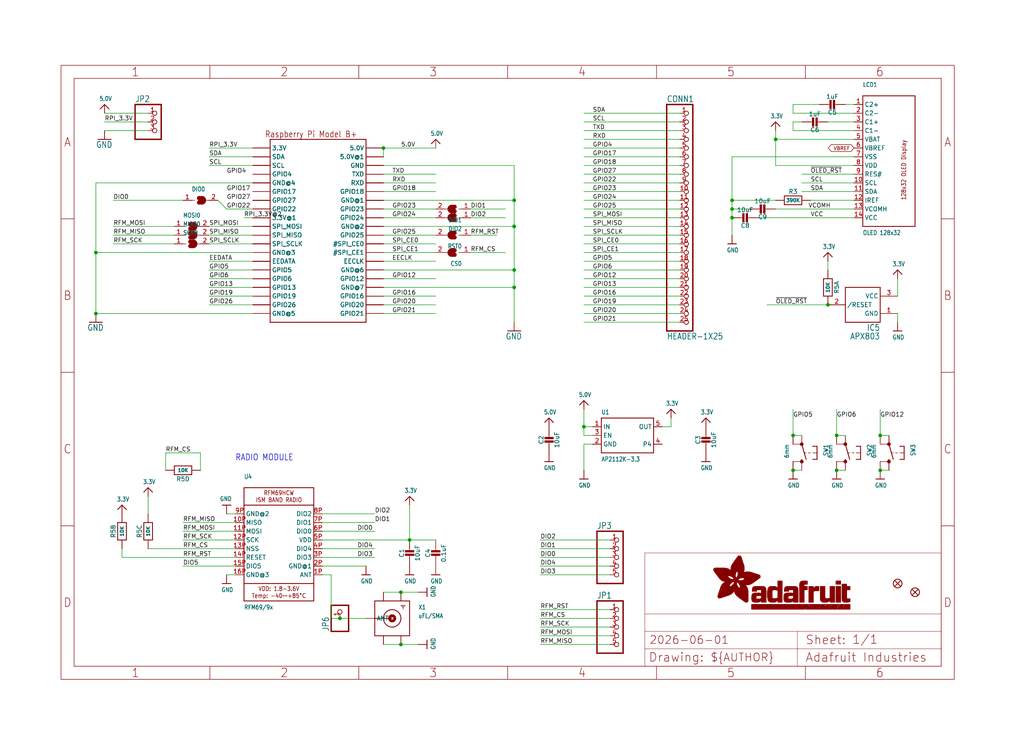
<source format=kicad_sch>
(kicad_sch (version 20230121) (generator eeschema)
  (paper "User" 298.45 217.322)
  (lib_symbols
    (symbol "working-eagle-import:3.3V" (power)
      (property "Value" "3.3V" (at -1.524 1.016 0))
      (symbol "3.3V_1_0"
        (pin power_in line (at 0 -2.54 90) (length 2.54) (name "3.3V") (number "1"))
      )
    )
    (symbol "working-eagle-import:5.0V" (power)
      (property "Value" "5.0V" (at -1.524 1.016 0))
      (symbol "5.0V_1_0"
        (pin power_in line (at 0 -2.54 90) (length 2.54) (name "5.0V") (number "1"))
      )
    )
    (symbol "working-eagle-import:AXP083-SAG"
      (property "Reference" "IC" (at -5.08 -7.62 0))
      (symbol "AXP083-SAG_1_0"
        (pin power_in line (at -10.16 -2.54 0) (length 5.08) (name "GND") (number "1"))
        (pin output line (at 10.16 0 180) (length 5.08) (name "/RESET") (number "2"))
        (pin power_in line (at -10.16 2.54 0) (length 5.08) (name "VCC") (number "3"))
      )
    )
    (symbol "working-eagle-import:CAP_CERAMIC0603_NO"
      (property "Reference" "C" (at -2.29 1.25 90))
      (symbol "CAP_CERAMIC0603_NO_1_0"
        (pin passive line (at 0 5.08 270) (length 2.54) (name "1") (number "1"))
        (pin passive line (at 0 -2.54 90) (length 2.54) (name "2") (number "2"))
      )
    )
    (symbol "working-eagle-import:CAP_CERAMIC0805-NOOUTLINE"
      (property "Reference" "C" (at -2.29 1.25 90))
      (symbol "CAP_CERAMIC0805-NOOUTLINE_1_0"
        (pin passive line (at 0 5.08 270) (length 2.54) (name "1") (number "1"))
        (pin passive line (at 0 -2.54 90) (length 2.54) (name "2") (number "2"))
      )
    )
    (symbol "working-eagle-import:DISP_OLED_UG-2832HSWEG02"
      (property "Reference" "LCD" (at -7.62 22.86 0))
      (symbol "DISP_OLED_UG-2832HSWEG02_1_0"
        (text "128x32 OLED Display" (at 5.08 -10.16 900) (effects (font (size 1.27 1.0795)) (justify left bottom)))
        (pin bidirectional line (at -10.16 17.78 0) (length 2.54) (name "C2+") (number "1"))
        (pin bidirectional line (at -10.16 -5.08 0) (length 2.54) (name "SCL") (number "10"))
        (pin bidirectional line (at -10.16 -7.62 0) (length 2.54) (name "SDA") (number "11"))
        (pin bidirectional line (at -10.16 -10.16 0) (length 2.54) (name "IREF") (number "12"))
        (pin power_in line (at -10.16 -12.7 0) (length 2.54) (name "VCOMH") (number "13"))
        (pin power_in line (at -10.16 -15.24 0) (length 2.54) (name "VCC") (number "14"))
        (pin bidirectional line (at -10.16 15.24 0) (length 2.54) (name "C2-") (number "2"))
        (pin bidirectional line (at -10.16 12.7 0) (length 2.54) (name "C1+") (number "3"))
        (pin bidirectional line (at -10.16 10.16 0) (length 2.54) (name "C1-") (number "4"))
        (pin power_in line (at -10.16 7.62 0) (length 2.54) (name "VBAT") (number "5"))
        (pin power_in line (at -10.16 5.08 0) (length 2.54) (name "VBREF") (number "6"))
        (pin power_in line (at -10.16 2.54 0) (length 2.54) (name "VSS") (number "7"))
        (pin power_in line (at -10.16 0 0) (length 2.54) (name "VDD") (number "8"))
        (pin bidirectional line (at -10.16 -2.54 0) (length 2.54) (name "RES#") (number "9"))
      )
    )
    (symbol "working-eagle-import:FIDUCIAL_1MM")
    (symbol "working-eagle-import:FRAME_A4_ADAFRUIT"
      (symbol "FRAME_A4_ADAFRUIT_1_0"
        (text "${#}/${##}" (at 230.505 10.16 0) (effects (font (size 2.54 2.54)) (justify left bottom)))
        (text "${AUTHOR}" (at 189.23 5.08 0) (effects (font (size 2.286 2.286)) (justify left bottom)))
        (text "${CURRENT_DATE}" (at 171.45 10.16 0) (effects (font (size 2.286 2.286)) (justify left bottom)))
        (text "${PROJECTNAME}" (at 171.45 15.24 0) (effects (font (size 2.54 2.54)) (justify left bottom)))
        (text "1" (at 21.6958 1.905 0) (effects (font (size 2.54 2.286))))
        (text "1" (at 21.6958 177.165 0) (effects (font (size 2.54 2.286))))
        (text "2" (at 65.0875 1.905 0) (effects (font (size 2.54 2.286))))
        (text "2" (at 65.0875 177.165 0) (effects (font (size 2.54 2.286))))
        (text "3" (at 108.4792 1.905 0) (effects (font (size 2.54 2.286))))
        (text "3" (at 108.4792 177.165 0) (effects (font (size 2.54 2.286))))
        (text "4" (at 151.8708 1.905 0) (effects (font (size 2.54 2.286))))
        (text "4" (at 151.8708 177.165 0) (effects (font (size 2.54 2.286))))
        (text "5" (at 195.2625 1.905 0) (effects (font (size 2.54 2.286))))
        (text "5" (at 195.2625 177.165 0) (effects (font (size 2.54 2.286))))
        (text "6" (at 238.6542 1.905 0) (effects (font (size 2.54 2.286))))
        (text "6" (at 238.6542 177.165 0) (effects (font (size 2.54 2.286))))
        (text "A" (at 1.905 156.6863 0) (effects (font (size 2.54 2.286))))
        (text "A" (at 258.445 156.6863 0) (effects (font (size 2.54 2.286))))
        (text "Adafruit Industries" (at 216.916 4.953 0) (effects (font (size 2.54 2.54)) (justify left bottom)))
        (text "B" (at 1.905 111.9188 0) (effects (font (size 2.54 2.286))))
        (text "B" (at 258.445 111.9188 0) (effects (font (size 2.54 2.286))))
        (text "C" (at 1.905 67.1513 0) (effects (font (size 2.54 2.286))))
        (text "C" (at 258.445 67.1513 0) (effects (font (size 2.54 2.286))))
        (text "D" (at 1.905 22.3838 0) (effects (font (size 2.54 2.286))))
        (text "D" (at 258.445 22.3838 0) (effects (font (size 2.54 2.286))))
        (text "Drawing:" (at 171.196 4.953 0) (effects (font (size 2.54 2.54)) (justify left bottom)))
        (text "Sheet:" (at 216.916 10.033 0) (effects (font (size 2.54 2.54)) (justify left bottom)))
      )
    )
    (symbol "working-eagle-import:GND" (power)
      (property "Value" "GND" (at -1.524 -2.54 0))
      (symbol "GND_1_0"
        (pin power_in line (at 0 2.54 270) (length 2.54) (name "GND") (number "1"))
      )
    )
    (symbol "working-eagle-import:HEADER-1X1ROUND"
      (property "Reference" "JP" (at -6.35 3.175 0))
      (symbol "HEADER-1X1ROUND_1_0"
        (pin passive inverted (at -2.54 0 0) (length 2.54) (name "1") (number "1"))
      )
    )
    (symbol "working-eagle-import:HEADER-1X25"
      (property "Reference" "CONN" (at -3.81 33.655 0))
      (symbol "HEADER-1X25_1_0"
        (pin passive inverted (at 0 30.48 0) (length 2.54) (name "1") (number "1"))
        (pin passive inverted (at 0 7.62 0) (length 2.54) (name "10") (number "10"))
        (pin passive inverted (at 0 5.08 0) (length 2.54) (name "11") (number "11"))
        (pin passive inverted (at 0 2.54 0) (length 2.54) (name "12") (number "12"))
        (pin passive inverted (at 0 0 0) (length 2.54) (name "13") (number "13"))
        (pin passive inverted (at 0 -2.54 0) (length 2.54) (name "14") (number "14"))
        (pin passive inverted (at 0 -5.08 0) (length 2.54) (name "15") (number "15"))
        (pin passive inverted (at 0 -7.62 0) (length 2.54) (name "16") (number "16"))
        (pin passive inverted (at 0 -10.16 0) (length 2.54) (name "17") (number "17"))
        (pin passive inverted (at 0 -12.7 0) (length 2.54) (name "18") (number "18"))
        (pin passive inverted (at 0 -15.24 0) (length 2.54) (name "19") (number "19"))
        (pin passive inverted (at 0 27.94 0) (length 2.54) (name "2") (number "2"))
        (pin passive inverted (at 0 -17.78 0) (length 2.54) (name "20") (number "20"))
        (pin passive inverted (at 0 -20.32 0) (length 2.54) (name "21") (number "21"))
        (pin passive inverted (at 0 -22.86 0) (length 2.54) (name "22") (number "22"))
        (pin passive inverted (at 0 -25.4 0) (length 2.54) (name "23") (number "23"))
        (pin passive inverted (at 0 -27.94 0) (length 2.54) (name "24") (number "24"))
        (pin passive inverted (at 0 -30.48 0) (length 2.54) (name "25") (number "25"))
        (pin passive inverted (at 0 25.4 0) (length 2.54) (name "3") (number "3"))
        (pin passive inverted (at 0 22.86 0) (length 2.54) (name "4") (number "4"))
        (pin passive inverted (at 0 20.32 0) (length 2.54) (name "5") (number "5"))
        (pin passive inverted (at 0 17.78 0) (length 2.54) (name "6") (number "6"))
        (pin passive inverted (at 0 15.24 0) (length 2.54) (name "7") (number "7"))
        (pin passive inverted (at 0 12.7 0) (length 2.54) (name "8") (number "8"))
        (pin passive inverted (at 0 10.16 0) (length 2.54) (name "9") (number "9"))
      )
    )
    (symbol "working-eagle-import:HEADER-1X3ROUND"
      (property "Reference" "JP" (at -6.35 5.715 0))
      (symbol "HEADER-1X3ROUND_1_0"
        (pin passive inverted (at -2.54 2.54 0) (length 2.54) (name "1") (number "1"))
        (pin passive inverted (at -2.54 0 0) (length 2.54) (name "2") (number "2"))
        (pin passive inverted (at -2.54 -2.54 0) (length 2.54) (name "3") (number "3"))
      )
    )
    (symbol "working-eagle-import:HEADER-1X570MIL"
      (property "Reference" "JP" (at -6.35 8.255 0))
      (symbol "HEADER-1X570MIL_1_0"
        (pin passive inverted (at -2.54 5.08 0) (length 2.54) (name "1") (number "1"))
        (pin passive inverted (at -2.54 2.54 0) (length 2.54) (name "2") (number "2"))
        (pin passive inverted (at -2.54 0 0) (length 2.54) (name "3") (number "3"))
        (pin passive inverted (at -2.54 -2.54 0) (length 2.54) (name "4") (number "4"))
        (pin passive inverted (at -2.54 -5.08 0) (length 2.54) (name "5") (number "5"))
      )
    )
    (symbol "working-eagle-import:RASPBERRYPI_BPLUS_BONNET_THMSMT"
      (symbol "RASPBERRYPI_BPLUS_BONNET_THMSMT_1_0"
        (text "Raspberry Pi Model B+" (at 12.7 25.4 0) (effects (font (size 1.778 1.5113)) (justify right top)))
        (pin power_in line (at -17.78 20.32 0) (length 5.08) (name "3.3V") (number "1"))
        (pin bidirectional line (at 20.32 10.16 180) (length 5.08) (name "RXD") (number "10"))
        (pin bidirectional line (at -17.78 7.62 0) (length 5.08) (name "GPIO17") (number "11"))
        (pin bidirectional line (at 20.32 7.62 180) (length 5.08) (name "GPIO18") (number "12"))
        (pin bidirectional line (at -17.78 5.08 0) (length 5.08) (name "GPIO27") (number "13"))
        (pin power_in line (at 20.32 5.08 180) (length 5.08) (name "GND@1") (number "14"))
        (pin bidirectional line (at -17.78 2.54 0) (length 5.08) (name "GPIO22") (number "15"))
        (pin bidirectional line (at 20.32 2.54 180) (length 5.08) (name "GPIO23") (number "16"))
        (pin power_in line (at -17.78 0 0) (length 5.08) (name "3.3V@1") (number "17"))
        (pin bidirectional line (at 20.32 0 180) (length 5.08) (name "GPIO24") (number "18"))
        (pin bidirectional line (at -17.78 -2.54 0) (length 5.08) (name "SPI_MOSI") (number "19"))
        (pin power_in line (at 20.32 20.32 180) (length 5.08) (name "5.0V") (number "2"))
        (pin power_in line (at 20.32 -2.54 180) (length 5.08) (name "GND@2") (number "20"))
        (pin bidirectional line (at -17.78 -5.08 0) (length 5.08) (name "SPI_MISO") (number "21"))
        (pin bidirectional line (at 20.32 -5.08 180) (length 5.08) (name "GPIO25") (number "22"))
        (pin bidirectional line (at -17.78 -7.62 0) (length 5.08) (name "SPI_SCLK") (number "23"))
        (pin bidirectional line (at 20.32 -7.62 180) (length 5.08) (name "#SPI_CE0") (number "24"))
        (pin power_in line (at -17.78 -10.16 0) (length 5.08) (name "GND@3") (number "25"))
        (pin bidirectional line (at 20.32 -10.16 180) (length 5.08) (name "#SPI_CE1") (number "26"))
        (pin bidirectional line (at -17.78 -12.7 0) (length 5.08) (name "EEDATA") (number "27"))
        (pin bidirectional line (at 20.32 -12.7 180) (length 5.08) (name "EECLK") (number "28"))
        (pin bidirectional line (at -17.78 -15.24 0) (length 5.08) (name "GPIO5") (number "29"))
        (pin bidirectional line (at -17.78 17.78 0) (length 5.08) (name "SDA") (number "3"))
        (pin power_in line (at 20.32 -15.24 180) (length 5.08) (name "GND@6") (number "30"))
        (pin bidirectional line (at -17.78 -17.78 0) (length 5.08) (name "GPIO6") (number "31"))
        (pin bidirectional line (at 20.32 -17.78 180) (length 5.08) (name "GPIO12") (number "32"))
        (pin bidirectional line (at -17.78 -20.32 0) (length 5.08) (name "GPIO13") (number "33"))
        (pin power_in line (at 20.32 -20.32 180) (length 5.08) (name "GND@7") (number "34"))
        (pin bidirectional line (at -17.78 -22.86 0) (length 5.08) (name "GPIO19") (number "35"))
        (pin bidirectional line (at 20.32 -22.86 180) (length 5.08) (name "GPIO16") (number "36"))
        (pin bidirectional line (at -17.78 -25.4 0) (length 5.08) (name "GPIO26") (number "37"))
        (pin bidirectional line (at 20.32 -25.4 180) (length 5.08) (name "GPIO20") (number "38"))
        (pin power_in line (at -17.78 -27.94 0) (length 5.08) (name "GND@5") (number "39"))
        (pin power_in line (at 20.32 17.78 180) (length 5.08) (name "5.0V@1") (number "4"))
        (pin bidirectional line (at 20.32 -27.94 180) (length 5.08) (name "GPIO21") (number "40"))
        (pin bidirectional line (at -17.78 15.24 0) (length 5.08) (name "SCL") (number "5"))
        (pin power_in line (at 20.32 15.24 180) (length 5.08) (name "GND") (number "6"))
        (pin bidirectional line (at -17.78 12.7 0) (length 5.08) (name "GPIO4") (number "7"))
        (pin bidirectional line (at 20.32 12.7 180) (length 5.08) (name "TXD") (number "8"))
        (pin power_in line (at -17.78 10.16 0) (length 5.08) (name "GND@4") (number "9"))
        (pin power_in line (at -17.78 20.32 0) (length 5.08) (name "3.3V") (number "S1"))
        (pin bidirectional line (at 20.32 10.16 180) (length 5.08) (name "RXD") (number "S10"))
        (pin bidirectional line (at -17.78 7.62 0) (length 5.08) (name "GPIO17") (number "S11"))
        (pin bidirectional line (at 20.32 7.62 180) (length 5.08) (name "GPIO18") (number "S12"))
        (pin bidirectional line (at -17.78 5.08 0) (length 5.08) (name "GPIO27") (number "S13"))
        (pin power_in line (at 20.32 5.08 180) (length 5.08) (name "GND@1") (number "S14"))
        (pin bidirectional line (at -17.78 2.54 0) (length 5.08) (name "GPIO22") (number "S15"))
        (pin bidirectional line (at 20.32 2.54 180) (length 5.08) (name "GPIO23") (number "S16"))
        (pin power_in line (at -17.78 0 0) (length 5.08) (name "3.3V@1") (number "S17"))
        (pin bidirectional line (at 20.32 0 180) (length 5.08) (name "GPIO24") (number "S18"))
        (pin bidirectional line (at -17.78 -2.54 0) (length 5.08) (name "SPI_MOSI") (number "S19"))
        (pin power_in line (at 20.32 20.32 180) (length 5.08) (name "5.0V") (number "S2"))
        (pin power_in line (at 20.32 -2.54 180) (length 5.08) (name "GND@2") (number "S20"))
        (pin bidirectional line (at -17.78 -5.08 0) (length 5.08) (name "SPI_MISO") (number "S21"))
        (pin bidirectional line (at 20.32 -5.08 180) (length 5.08) (name "GPIO25") (number "S22"))
        (pin bidirectional line (at -17.78 -7.62 0) (length 5.08) (name "SPI_SCLK") (number "S23"))
        (pin bidirectional line (at 20.32 -7.62 180) (length 5.08) (name "#SPI_CE0") (number "S24"))
        (pin power_in line (at -17.78 -10.16 0) (length 5.08) (name "GND@3") (number "S25"))
        (pin bidirectional line (at 20.32 -10.16 180) (length 5.08) (name "#SPI_CE1") (number "S26"))
        (pin bidirectional line (at -17.78 -12.7 0) (length 5.08) (name "EEDATA") (number "S27"))
        (pin bidirectional line (at 20.32 -12.7 180) (length 5.08) (name "EECLK") (number "S28"))
        (pin bidirectional line (at -17.78 -15.24 0) (length 5.08) (name "GPIO5") (number "S29"))
        (pin bidirectional line (at -17.78 17.78 0) (length 5.08) (name "SDA") (number "S3"))
        (pin power_in line (at 20.32 -15.24 180) (length 5.08) (name "GND@6") (number "S30"))
        (pin bidirectional line (at -17.78 -17.78 0) (length 5.08) (name "GPIO6") (number "S31"))
        (pin bidirectional line (at 20.32 -17.78 180) (length 5.08) (name "GPIO12") (number "S32"))
        (pin bidirectional line (at -17.78 -20.32 0) (length 5.08) (name "GPIO13") (number "S33"))
        (pin power_in line (at 20.32 -20.32 180) (length 5.08) (name "GND@7") (number "S34"))
        (pin bidirectional line (at -17.78 -22.86 0) (length 5.08) (name "GPIO19") (number "S35"))
        (pin bidirectional line (at 20.32 -22.86 180) (length 5.08) (name "GPIO16") (number "S36"))
        (pin bidirectional line (at -17.78 -25.4 0) (length 5.08) (name "GPIO26") (number "S37"))
        (pin bidirectional line (at 20.32 -25.4 180) (length 5.08) (name "GPIO20") (number "S38"))
        (pin power_in line (at -17.78 -27.94 0) (length 5.08) (name "GND@5") (number "S39"))
        (pin power_in line (at 20.32 17.78 180) (length 5.08) (name "5.0V@1") (number "S4"))
        (pin bidirectional line (at 20.32 -27.94 180) (length 5.08) (name "GPIO21") (number "S40"))
        (pin bidirectional line (at -17.78 15.24 0) (length 5.08) (name "SCL") (number "S5"))
        (pin power_in line (at 20.32 15.24 180) (length 5.08) (name "GND") (number "S6"))
        (pin bidirectional line (at -17.78 12.7 0) (length 5.08) (name "GPIO4") (number "S7"))
        (pin bidirectional line (at 20.32 12.7 180) (length 5.08) (name "TXD") (number "S8"))
        (pin power_in line (at -17.78 10.16 0) (length 5.08) (name "GND@4") (number "S9"))
      )
    )
    (symbol "working-eagle-import:RESISTOR_0603_NOOUT"
      (property "Reference" "R" (at 0 2.54 0))
      (symbol "RESISTOR_0603_NOOUT_1_0"
        (pin passive line (at -5.08 0 0) (length 2.54) (name "1") (number "1"))
        (pin passive line (at 5.08 0 180) (length 2.54) (name "2") (number "2"))
      )
    )
    (symbol "working-eagle-import:RESISTOR_4PACK"
      (property "Reference" "R" (at 0 2.54 0))
      (symbol "RESISTOR_4PACK_1_0"
        (pin passive line (at -5.08 0 0) (length 2.54) (name "1") (number "1"))
        (pin passive line (at 5.08 0 180) (length 2.54) (name "2") (number "8"))
      )
      (symbol "RESISTOR_4PACK_2_0"
        (pin passive line (at -5.08 0 0) (length 2.54) (name "1") (number "2"))
        (pin passive line (at 5.08 0 180) (length 2.54) (name "2") (number "7"))
      )
      (symbol "RESISTOR_4PACK_3_0"
        (pin passive line (at -5.08 0 0) (length 2.54) (name "1") (number "3"))
        (pin passive line (at 5.08 0 180) (length 2.54) (name "2") (number "6"))
      )
      (symbol "RESISTOR_4PACK_4_0"
        (pin passive line (at -5.08 0 0) (length 2.54) (name "1") (number "4"))
        (pin passive line (at 5.08 0 180) (length 2.54) (name "2") (number "5"))
      )
    )
    (symbol "working-eagle-import:RFM69HCW_SMT"
      (property "Reference" "U" (at -10.16 17.78 0))
      (symbol "RFM69HCW_SMT_1_0"
        (text "RFM69HCW\nISM BAND RADIO" (at 0 12.7 0) (effects (font (size 1.27 1.0795))))
        (text "VDD: 1.8-3.6V\nTemp: -40~~+85°C" (at 0 -15.24 0) (effects (font (size 1.27 1.0795))))
        (pin output line (at -12.7 5.08 0) (length 2.54) (name "MISO") (number "10P"))
        (pin input line (at -12.7 2.54 0) (length 2.54) (name "MOSI") (number "11P"))
        (pin input line (at -12.7 0 0) (length 2.54) (name "SCK") (number "12P"))
        (pin input line (at -12.7 -2.54 0) (length 2.54) (name "NSS") (number "13P"))
        (pin input line (at -12.7 -5.08 0) (length 2.54) (name "RESET") (number "14P"))
        (pin bidirectional line (at -12.7 -7.62 0) (length 2.54) (name "DIO5") (number "15P"))
        (pin power_in line (at -12.7 -10.16 0) (length 2.54) (name "GND@3") (number "16P"))
        (pin bidirectional line (at 12.7 -10.16 180) (length 2.54) (name "ANT") (number "1P"))
        (pin power_in line (at 12.7 -7.62 180) (length 2.54) (name "GND@1") (number "2P"))
        (pin bidirectional line (at 12.7 -5.08 180) (length 2.54) (name "DIO3") (number "3P"))
        (pin bidirectional line (at 12.7 -2.54 180) (length 2.54) (name "DIO4") (number "4P"))
        (pin power_in line (at 12.7 0 180) (length 2.54) (name "VDD") (number "5P"))
        (pin bidirectional line (at 12.7 2.54 180) (length 2.54) (name "DIO0") (number "6P"))
        (pin bidirectional line (at 12.7 5.08 180) (length 2.54) (name "DIO1") (number "7P"))
        (pin bidirectional line (at 12.7 7.62 180) (length 2.54) (name "DIO2") (number "8P"))
        (pin power_in line (at -12.7 7.62 0) (length 2.54) (name "GND@2") (number "9P"))
      )
    )
    (symbol "working-eagle-import:SMACONNECTOR_EDGE_UFL"
      (property "Reference" "X" (at 7.62 2.54 0))
      (symbol "SMACONNECTOR_EDGE_UFL_1_0"
        (pin power_in line (at -2.54 7.62 270) (length 2.54) (name "GND1") (number "GND@1"))
        (pin power_in line (at 2.54 7.62 270) (length 2.54) (name "GND2") (number "GND@2"))
        (pin power_in line (at -2.54 -7.62 90) (length 2.54) (name "GND3") (number "GND@3"))
        (pin power_in line (at 2.54 -7.62 90) (length 2.54) (name "GND4") (number "GND@4"))
        (pin bidirectional line (at -7.62 0 0) (length 2.54) (name "ANT") (number "P"))
      )
    )
    (symbol "working-eagle-import:SOLDERJUMPERCLOSED"
      (property "Reference" "SJ" (at -2.54 2.54 0))
      (symbol "SOLDERJUMPERCLOSED_1_0"
        (pin passive line (at -5.08 0 0) (length 2.54) (name "1") (number "1"))
        (pin passive line (at 5.08 0 180) (length 2.54) (name "2") (number "2"))
      )
    )
    (symbol "working-eagle-import:SWITCH_TACT_SMT_EVQQ2_SMALL"
      (property "Reference" "SW" (at -2.54 6.35 0))
      (symbol "SWITCH_TACT_SMT_EVQQ2_SMALL_1_0"
        (pin passive line (at -5.08 0 0) (length 2.54) (name "P") (number "A"))
        (pin passive line (at -5.08 -2.54 0) (length 2.54) (name "P1") (number "A'"))
        (pin passive line (at 5.08 0 180) (length 2.54) (name "S") (number "B"))
        (pin passive line (at 5.08 -2.54 180) (length 2.54) (name "S1") (number "B'"))
      )
    )
    (symbol "working-eagle-import:VREG_SOT23-5"
      (property "Reference" "U" (at -7.62 6.096 0))
      (symbol "VREG_SOT23-5_1_0"
        (pin power_in line (at -10.16 2.54 0) (length 2.54) (name "IN") (number "1"))
        (pin power_in line (at -10.16 -2.54 0) (length 2.54) (name "GND") (number "2"))
        (pin input line (at -10.16 0 0) (length 2.54) (name "EN") (number "3"))
        (pin bidirectional line (at 10.16 -2.54 180) (length 2.54) (name "P4") (number "4"))
        (pin power_in line (at 10.16 2.54 180) (length 2.54) (name "OUT") (number "5"))
      )
    )
    (symbol "working-eagle-import:supply1_GND" (power)
      (property "Value" "supply1_GND" (at -2.54 -2.54 0))
      (symbol "supply1_GND_1_0"
        (pin power_in line (at 0 2.54 270) (length 2.54) (name "GND") (number "1"))
      )
    )
  )
  (junction (at 213.36 58.42))
  (junction (at 149.86 83.82))
  (junction (at 170.18 124.46))
  (junction (at 243.84 137.16))
  (junction (at 226.06 40.64))
  (junction (at 27.94 73.66))
  (junction (at 111.76 43.18))
  (junction (at 213.36 63.5))
  (junction (at 99.06 180.34))
  (junction (at 149.86 78.74))
  (junction (at 231.14 127))
  (junction (at 149.86 66.04))
  (junction (at 27.94 91.44))
  (junction (at 116.84 187.96))
  (junction (at 231.14 137.16))
  (junction (at 213.36 60.96))
  (junction (at 241.3 88.9))
  (junction (at 256.54 127))
  (junction (at 149.86 58.42))
  (junction (at 119.38 157.48))
  (junction (at 116.84 172.72))
  (junction (at 243.84 127))
  (junction (at 256.54 137.16))
  (wire (pts (xy 170.18 127) (xy 170.18 124.46)) (stroke (width 0.1524)))
  (wire (pts (xy 149.86 83.82) (xy 149.86 93.98)) (stroke (width 0.1524)))
  (wire (pts (xy 248.92 48.26) (xy 226.06 48.26)) (stroke (width 0.1524)))
  (wire (pts (xy 137.16 68.58) (xy 144.78 68.58)) (stroke (width 0.1524)))
  (wire (pts (xy 170.18 63.5) (xy 198.12 63.5)) (stroke (width 0.1524)))
  (wire (pts (xy 71.12 63.5) (xy 73.66 63.5)) (stroke (width 0.1524)))
  (wire (pts (xy 170.18 53.34) (xy 198.12 53.34)) (stroke (width 0.1524)))
  (wire (pts (xy 127 53.34) (xy 111.76 53.34)) (stroke (width 0.1524)))
  (wire (pts (xy 68.58 152.4) (xy 53.34 152.4)) (stroke (width 0.1524)))
  (wire (pts (xy 93.98 154.94) (xy 109.22 154.94)) (stroke (width 0.1524)))
  (wire (pts (xy 43.18 149.86) (xy 43.18 144.78)) (stroke (width 0.1524)))
  (wire (pts (xy 50.8 66.04) (xy 33.02 66.04)) (stroke (width 0.1524)))
  (wire (pts (xy 137.16 60.96) (xy 147.32 60.96)) (stroke (width 0.1524)))
  (wire (pts (xy 111.76 63.5) (xy 127 63.5)) (stroke (width 0.1524)))
  (wire (pts (xy 73.66 48.26) (xy 60.96 48.26)) (stroke (width 0.1524)))
  (wire (pts (xy 73.66 45.72) (xy 60.96 45.72)) (stroke (width 0.1524)))
  (wire (pts (xy 157.48 160.02) (xy 177.8 160.02)) (stroke (width 0.1524)))
  (wire (pts (xy 172.72 127) (xy 170.18 127)) (stroke (width 0.1524)))
  (wire (pts (xy 60.96 83.82) (xy 73.66 83.82)) (stroke (width 0.1524)))
  (wire (pts (xy 111.76 43.18) (xy 127 43.18)) (stroke (width 0.1524)))
  (wire (pts (xy 149.86 78.74) (xy 149.86 83.82)) (stroke (width 0.1524)))
  (wire (pts (xy 111.76 73.66) (xy 127 73.66)) (stroke (width 0.1524)))
  (wire (pts (xy 231.14 35.56) (xy 231.14 38.1)) (stroke (width 0.1524)))
  (wire (pts (xy 60.96 66.04) (xy 73.66 66.04)) (stroke (width 0.1524)))
  (wire (pts (xy 231.14 137.16) (xy 233.68 137.16)) (stroke (width 0.1524)))
  (wire (pts (xy 233.68 35.56) (xy 231.14 35.56)) (stroke (width 0.1524)))
  (wire (pts (xy 170.18 35.56) (xy 198.12 35.56)) (stroke (width 0.1524)))
  (wire (pts (xy 177.8 157.48) (xy 157.48 157.48)) (stroke (width 0.1524)))
  (wire (pts (xy 111.76 60.96) (xy 127 60.96)) (stroke (width 0.1524)))
  (wire (pts (xy 147.32 63.5) (xy 137.16 63.5)) (stroke (width 0.1524)))
  (wire (pts (xy 111.76 88.9) (xy 127 88.9)) (stroke (width 0.1524)))
  (wire (pts (xy 157.48 165.1) (xy 177.8 165.1)) (stroke (width 0.1524)))
  (wire (pts (xy 111.76 83.82) (xy 149.86 83.82)) (stroke (width 0.1524)))
  (wire (pts (xy 218.44 60.96) (xy 213.36 60.96)) (stroke (width 0.1524)))
  (wire (pts (xy 243.84 127) (xy 243.84 119.38)) (stroke (width 0.1524)))
  (wire (pts (xy 111.76 71.12) (xy 127 71.12)) (stroke (width 0.1524)))
  (wire (pts (xy 111.76 81.28) (xy 127 81.28)) (stroke (width 0.1524)))
  (wire (pts (xy 170.18 48.26) (xy 198.12 48.26)) (stroke (width 0.1524)))
  (wire (pts (xy 33.02 68.58) (xy 50.8 68.58)) (stroke (width 0.1524)))
  (wire (pts (xy 53.34 157.48) (xy 68.58 157.48)) (stroke (width 0.1524)))
  (wire (pts (xy 198.12 38.1) (xy 170.18 38.1)) (stroke (width 0.1524)))
  (wire (pts (xy 177.8 167.64) (xy 157.48 167.64)) (stroke (width 0.1524)))
  (wire (pts (xy 177.8 182.88) (xy 157.48 182.88)) (stroke (width 0.1524)))
  (wire (pts (xy 248.92 53.34) (xy 233.68 53.34)) (stroke (width 0.1524)))
  (wire (pts (xy 248.92 40.64) (xy 226.06 40.64)) (stroke (width 0.1524)))
  (wire (pts (xy 170.18 83.82) (xy 198.12 83.82)) (stroke (width 0.1524)))
  (wire (pts (xy 213.36 60.96) (xy 213.36 63.5)) (stroke (width 0.1524)))
  (wire (pts (xy 60.96 68.58) (xy 73.66 68.58)) (stroke (width 0.1524)))
  (wire (pts (xy 248.92 60.96) (xy 226.06 60.96)) (stroke (width 0.1524)))
  (wire (pts (xy 60.96 78.74) (xy 73.66 78.74)) (stroke (width 0.1524)))
  (wire (pts (xy 35.56 162.56) (xy 35.56 160.02)) (stroke (width 0.1524)))
  (wire (pts (xy 226.06 40.64) (xy 226.06 48.26)) (stroke (width 0.1524)))
  (wire (pts (xy 248.92 30.48) (xy 246.38 30.48)) (stroke (width 0.1524)))
  (wire (pts (xy 116.84 172.72) (xy 121.92 172.72)) (stroke (width 0.1524)))
  (wire (pts (xy 111.76 66.04) (xy 149.86 66.04)) (stroke (width 0.1524)))
  (wire (pts (xy 111.76 172.72) (xy 116.84 172.72)) (stroke (width 0.1524)))
  (wire (pts (xy 177.8 187.96) (xy 157.48 187.96)) (stroke (width 0.1524)))
  (wire (pts (xy 111.76 45.72) (xy 111.76 43.18)) (stroke (width 0.1524)))
  (wire (pts (xy 248.92 63.5) (xy 220.98 63.5)) (stroke (width 0.1524)))
  (wire (pts (xy 213.36 63.5) (xy 213.36 68.58)) (stroke (width 0.1524)))
  (wire (pts (xy 198.12 60.96) (xy 170.18 60.96)) (stroke (width 0.1524)))
  (wire (pts (xy 157.48 180.34) (xy 177.8 180.34)) (stroke (width 0.1524)))
  (wire (pts (xy 93.98 157.48) (xy 119.38 157.48)) (stroke (width 0.1524)))
  (wire (pts (xy 170.18 93.98) (xy 198.12 93.98)) (stroke (width 0.1524)))
  (wire (pts (xy 119.38 157.48) (xy 119.38 147.32)) (stroke (width 0.1524)))
  (wire (pts (xy 170.18 45.72) (xy 198.12 45.72)) (stroke (width 0.1524)))
  (wire (pts (xy 73.66 76.2) (xy 60.96 76.2)) (stroke (width 0.1524)))
  (wire (pts (xy 170.18 40.64) (xy 198.12 40.64)) (stroke (width 0.1524)))
  (wire (pts (xy 111.76 76.2) (xy 127 76.2)) (stroke (width 0.1524)))
  (wire (pts (xy 68.58 167.64) (xy 66.04 167.64)) (stroke (width 0.1524)))
  (wire (pts (xy 66.04 60.96) (xy 63.5 58.42)) (stroke (width 0.1524)))
  (wire (pts (xy 27.94 73.66) (xy 73.66 73.66)) (stroke (width 0.1524)))
  (wire (pts (xy 111.76 78.74) (xy 149.86 78.74)) (stroke (width 0.1524)))
  (wire (pts (xy 93.98 165.1) (xy 106.68 165.1)) (stroke (width 0.1524)))
  (wire (pts (xy 198.12 86.36) (xy 170.18 86.36)) (stroke (width 0.1524)))
  (wire (pts (xy 172.72 129.54) (xy 170.18 129.54)) (stroke (width 0.1524)))
  (wire (pts (xy 30.48 33.02) (xy 43.18 33.02)) (stroke (width 0.1524)))
  (wire (pts (xy 111.76 68.58) (xy 127 68.58)) (stroke (width 0.1524)))
  (wire (pts (xy 48.26 132.08) (xy 58.42 132.08)) (stroke (width 0.1524)))
  (wire (pts (xy 111.76 58.42) (xy 149.86 58.42)) (stroke (width 0.1524)))
  (wire (pts (xy 27.94 73.66) (xy 27.94 91.44)) (stroke (width 0.1524)))
  (wire (pts (xy 43.18 160.02) (xy 68.58 160.02)) (stroke (width 0.1524)))
  (wire (pts (xy 111.76 50.8) (xy 127 50.8)) (stroke (width 0.1524)))
  (wire (pts (xy 256.54 127) (xy 256.54 119.38)) (stroke (width 0.1524)))
  (wire (pts (xy 198.12 81.28) (xy 170.18 81.28)) (stroke (width 0.1524)))
  (wire (pts (xy 259.08 127) (xy 256.54 127)) (stroke (width 0.1524)))
  (wire (pts (xy 53.34 154.94) (xy 68.58 154.94)) (stroke (width 0.1524)))
  (wire (pts (xy 170.18 78.74) (xy 198.12 78.74)) (stroke (width 0.1524)))
  (wire (pts (xy 68.58 162.56) (xy 35.56 162.56)) (stroke (width 0.1524)))
  (wire (pts (xy 116.84 187.96) (xy 121.92 187.96)) (stroke (width 0.1524)))
  (wire (pts (xy 93.98 162.56) (xy 109.22 162.56)) (stroke (width 0.1524)))
  (wire (pts (xy 226.06 38.1) (xy 226.06 40.64)) (stroke (width 0.1524)))
  (wire (pts (xy 198.12 66.04) (xy 170.18 66.04)) (stroke (width 0.1524)))
  (wire (pts (xy 238.76 30.48) (xy 231.14 30.48)) (stroke (width 0.1524)))
  (wire (pts (xy 48.26 137.16) (xy 48.26 132.08)) (stroke (width 0.1524)))
  (wire (pts (xy 170.18 88.9) (xy 198.12 88.9)) (stroke (width 0.1524)))
  (wire (pts (xy 195.58 124.46) (xy 195.58 121.92)) (stroke (width 0.1524)))
  (wire (pts (xy 223.52 88.9) (xy 241.3 88.9)) (stroke (width 0.1524)))
  (wire (pts (xy 27.94 53.34) (xy 73.66 53.34)) (stroke (width 0.1524)))
  (wire (pts (xy 248.92 35.56) (xy 241.3 35.56)) (stroke (width 0.1524)))
  (wire (pts (xy 198.12 91.44) (xy 170.18 91.44)) (stroke (width 0.1524)))
  (wire (pts (xy 73.66 43.18) (xy 60.96 43.18)) (stroke (width 0.1524)))
  (wire (pts (xy 50.8 71.12) (xy 33.02 71.12)) (stroke (width 0.1524)))
  (wire (pts (xy 231.14 119.38) (xy 231.14 127)) (stroke (width 0.1524)))
  (wire (pts (xy 233.68 127) (xy 231.14 127)) (stroke (width 0.1524)))
  (wire (pts (xy 93.98 160.02) (xy 109.22 160.02)) (stroke (width 0.1524)))
  (wire (pts (xy 60.96 81.28) (xy 73.66 81.28)) (stroke (width 0.1524)))
  (wire (pts (xy 111.76 187.96) (xy 116.84 187.96)) (stroke (width 0.1524)))
  (wire (pts (xy 172.72 124.46) (xy 170.18 124.46)) (stroke (width 0.1524)))
  (wire (pts (xy 53.34 58.42) (xy 33.02 58.42)) (stroke (width 0.1524)))
  (wire (pts (xy 198.12 55.88) (xy 170.18 55.88)) (stroke (width 0.1524)))
  (wire (pts (xy 256.54 137.16) (xy 259.08 137.16)) (stroke (width 0.1524)))
  (wire (pts (xy 43.18 38.1) (xy 30.48 38.1)) (stroke (width 0.1524)))
  (wire (pts (xy 198.12 33.02) (xy 170.18 33.02)) (stroke (width 0.1524)))
  (wire (pts (xy 248.92 50.8) (xy 233.68 50.8)) (stroke (width 0.1524)))
  (wire (pts (xy 60.96 71.12) (xy 73.66 71.12)) (stroke (width 0.1524)))
  (wire (pts (xy 30.48 35.56) (xy 43.18 35.56)) (stroke (width 0.1524)))
  (wire (pts (xy 231.14 33.02) (xy 248.92 33.02)) (stroke (width 0.1524)))
  (wire (pts (xy 213.36 58.42) (xy 213.36 60.96)) (stroke (width 0.1524)))
  (wire (pts (xy 60.96 86.36) (xy 73.66 86.36)) (stroke (width 0.1524)))
  (wire (pts (xy 73.66 60.96) (xy 66.04 60.96)) (stroke (width 0.1524)))
  (wire (pts (xy 193.04 124.46) (xy 195.58 124.46)) (stroke (width 0.1524)))
  (wire (pts (xy 96.52 167.64) (xy 93.98 167.64)) (stroke (width 0.1524)))
  (wire (pts (xy 58.42 132.08) (xy 58.42 137.16)) (stroke (width 0.1524)))
  (wire (pts (xy 73.66 91.44) (xy 27.94 91.44)) (stroke (width 0.1524)))
  (wire (pts (xy 170.18 73.66) (xy 198.12 73.66)) (stroke (width 0.1524)))
  (wire (pts (xy 261.62 91.44) (xy 261.62 93.98)) (stroke (width 0.1524)))
  (wire (pts (xy 226.06 58.42) (xy 213.36 58.42)) (stroke (width 0.1524)))
  (wire (pts (xy 149.86 58.42) (xy 149.86 66.04)) (stroke (width 0.1524)))
  (wire (pts (xy 60.96 88.9) (xy 73.66 88.9)) (stroke (width 0.1524)))
  (wire (pts (xy 198.12 76.2) (xy 170.18 76.2)) (stroke (width 0.1524)))
  (wire (pts (xy 157.48 185.42) (xy 177.8 185.42)) (stroke (width 0.1524)))
  (wire (pts (xy 231.14 30.48) (xy 231.14 33.02)) (stroke (width 0.1524)))
  (wire (pts (xy 261.62 86.36) (xy 261.62 81.28)) (stroke (width 0.1524)))
  (wire (pts (xy 177.8 162.56) (xy 157.48 162.56)) (stroke (width 0.1524)))
  (wire (pts (xy 241.3 78.74) (xy 241.3 76.2)) (stroke (width 0.1524)))
  (wire (pts (xy 111.76 55.88) (xy 127 55.88)) (stroke (width 0.1524)))
  (wire (pts (xy 111.76 91.44) (xy 127 91.44)) (stroke (width 0.1524)))
  (wire (pts (xy 170.18 129.54) (xy 170.18 137.16)) (stroke (width 0.1524)))
  (wire (pts (xy 96.52 180.34) (xy 96.52 167.64)) (stroke (width 0.1524)))
  (wire (pts (xy 170.18 124.46) (xy 170.18 119.38)) (stroke (width 0.1524)))
  (wire (pts (xy 93.98 149.86) (xy 109.22 149.86)) (stroke (width 0.1524)))
  (wire (pts (xy 137.16 73.66) (xy 147.32 73.66)) (stroke (width 0.1524)))
  (wire (pts (xy 213.36 45.72) (xy 213.36 58.42)) (stroke (width 0.1524)))
  (wire (pts (xy 111.76 86.36) (xy 127 86.36)) (stroke (width 0.1524)))
  (wire (pts (xy 170.18 68.58) (xy 198.12 68.58)) (stroke (width 0.1524)))
  (wire (pts (xy 248.92 58.42) (xy 236.22 58.42)) (stroke (width 0.1524)))
  (wire (pts (xy 27.94 73.66) (xy 27.94 53.34)) (stroke (width 0.1524)))
  (wire (pts (xy 149.86 66.04) (xy 149.86 78.74)) (stroke (width 0.1524)))
  (wire (pts (xy 246.38 137.16) (xy 243.84 137.16)) (stroke (width 0.1524)))
  (wire (pts (xy 68.58 149.86) (xy 66.04 149.86)) (stroke (width 0.1524)))
  (wire (pts (xy 248.92 55.88) (xy 233.68 55.88)) (stroke (width 0.1524)))
  (wire (pts (xy 198.12 71.12) (xy 170.18 71.12)) (stroke (width 0.1524)))
  (wire (pts (xy 68.58 165.1) (xy 53.34 165.1)) (stroke (width 0.1524)))
  (wire (pts (xy 119.38 157.48) (xy 127 157.48)) (stroke (width 0.1524)))
  (wire (pts (xy 248.92 45.72) (xy 213.36 45.72)) (stroke (width 0.1524)))
  (wire (pts (xy 106.68 180.34) (xy 99.06 180.34)) (stroke (width 0.1524)))
  (wire (pts (xy 170.18 58.42) (xy 198.12 58.42)) (stroke (width 0.1524)))
  (wire (pts (xy 198.12 50.8) (xy 170.18 50.8)) (stroke (width 0.1524)))
  (wire (pts (xy 243.84 127) (xy 246.38 127)) (stroke (width 0.1524)))
  (wire (pts (xy 198.12 43.18) (xy 170.18 43.18)) (stroke (width 0.1524)))
  (wire (pts (xy 177.8 177.8) (xy 157.48 177.8)) (stroke (width 0.1524)))
  (wire (pts (xy 149.86 48.26) (xy 149.86 58.42)) (stroke (width 0.1524)))
  (wire (pts (xy 111.76 48.26) (xy 149.86 48.26)) (stroke (width 0.1524)))
  (wire (pts (xy 93.98 152.4) (xy 109.22 152.4)) (stroke (width 0.1524)))
  (wire (pts (xy 99.06 180.34) (xy 96.52 180.34)) (stroke (width 0.1524)))
  (wire (pts (xy 231.14 38.1) (xy 248.92 38.1)) (stroke (width 0.1524)))
  (text "RADIO MODULE" (at 68.58 134.62 0) (effects (font (size 1.778 1.5113)) (justify left bottom)))
  (label "SPI_MOSI" (at 172.72 63.5 0) (effects (font (size 1.2446 1.2446))))
  (label "RFM_SCK" (at 53.34 157.48 0) (effects (font (size 1.2446 1.2446))))
  (label "RPI_3.3V@2" (at 71.12 63.5 0) (effects (font (size 1.2446 1.2446))))
  (label "DIO0" (at 104.14 154.94 0) (effects (font (size 1.2446 1.2446))))
  (label "GPIO6" (at 60.96 81.28 0) (effects (font (size 1.2446 1.2446))))
  (label "SPI_CE1" (at 114.3 73.66 0) (effects (font (size 1.2446 1.2446))))
  (label "DIO0" (at 33.02 58.42 0) (effects (font (size 1.2446 1.2446))))
  (label "RFM_RST" (at 137.16 68.58 0) (effects (font (size 1.2446 1.2446))))
  (label "GPIO13" (at 172.72 83.82 0) (effects (font (size 1.2446 1.2446))))
  (label "RFM_MOSI" (at 53.34 154.94 0) (effects (font (size 1.2446 1.2446))))
  (label "RFM_CS" (at 137.16 73.66 0) (effects (font (size 1.2446 1.2446))))
  (label "GPIO12" (at 256.54 121.92 0) (effects (font (size 1.2446 1.2446))))
  (label "RFM_MISO" (at 33.02 68.58 0) (effects (font (size 1.2446 1.2446))))
  (label "GPIO16" (at 172.72 86.36 0) (effects (font (size 1.2446 1.2446))))
  (label "GPIO4" (at 172.72 43.18 0) (effects (font (size 1.2446 1.2446))))
  (label "RFM_CS" (at 157.48 180.34 0) (effects (font (size 1.2446 1.2446))))
  (label "SPI_CE0" (at 114.3 71.12 0) (effects (font (size 1.2446 1.2446))))
  (label "SPI_SCLK" (at 172.72 68.58 0) (effects (font (size 1.2446 1.2446))))
  (label "DIO1" (at 157.48 160.02 0) (effects (font (size 1.2446 1.2446))))
  (label "SPI_CE1" (at 172.72 73.66 0) (effects (font (size 1.2446 1.2446))))
  (label "GPIO5" (at 60.96 78.74 0) (effects (font (size 1.2446 1.2446))))
  (label "GPIO12" (at 114.3 81.28 0) (effects (font (size 1.2446 1.2446))))
  (label "GPIO18" (at 172.72 48.26 0) (effects (font (size 1.2446 1.2446))))
  (label "GPIO20" (at 114.3 88.9 0) (effects (font (size 1.2446 1.2446))))
  (label "DIO2" (at 109.22 149.86 0) (effects (font (size 1.2446 1.2446))))
  (label "GPIO5" (at 172.72 76.2 0) (effects (font (size 1.2446 1.2446))))
  (label "SPI_MOSI" (at 60.96 66.04 0) (effects (font (size 1.2446 1.2446))))
  (label "VCC" (at 236.22 63.5 0) (effects (font (size 1.2446 1.2446))))
  (label "RFM_MOSI" (at 157.48 185.42 0) (effects (font (size 1.2446 1.2446))))
  (label "RFM_SCK" (at 33.02 71.12 0) (effects (font (size 1.2446 1.2446))))
  (label "DIO0" (at 157.48 162.56 0) (effects (font (size 1.2446 1.2446))))
  (label "GPIO19" (at 60.96 86.36 0) (effects (font (size 1.2446 1.2446))))
  (label "DIO1" (at 109.22 152.4 0) (effects (font (size 1.2446 1.2446))))
  (label "RFM_MOSI" (at 33.02 66.04 0) (effects (font (size 1.2446 1.2446))))
  (label "GPIO25" (at 114.3 68.58 0) (effects (font (size 1.2446 1.2446))))
  (label "GPIO27" (at 172.72 50.8 0) (effects (font (size 1.2446 1.2446))))
  (label "TXD" (at 172.72 38.1 0) (effects (font (size 1.2446 1.2446))))
  (label "GPIO22" (at 172.72 53.34 0) (effects (font (size 1.2446 1.2446))))
  (label "RPI_3.3V" (at 30.48 35.56 0) (effects (font (size 1.2446 1.2446))))
  (label "SDA" (at 60.96 45.72 0) (effects (font (size 1.2446 1.2446))))
  (label "EEDATA" (at 60.96 76.2 0) (effects (font (size 1.2446 1.2446))))
  (label "RFM_MISO" (at 157.48 187.96 0) (effects (font (size 1.2446 1.2446))))
  (label "GPIO19" (at 172.72 88.9 0) (effects (font (size 1.2446 1.2446))))
  (label "GPIO24" (at 172.72 58.42 0) (effects (font (size 1.2446 1.2446))))
  (label "DIO3" (at 104.14 162.56 0) (effects (font (size 1.2446 1.2446))))
  (label "RXD" (at 114.3 53.34 0) (effects (font (size 1.2446 1.2446))))
  (label "RFM_RST" (at 157.48 177.8 0) (effects (font (size 1.2446 1.2446))))
  (label "GPIO22" (at 66.04 60.96 0) (effects (font (size 1.2446 1.2446))))
  (label "DIO5" (at 53.34 165.1 0) (effects (font (size 1.2446 1.2446))))
  (label "SCL" (at 172.72 35.56 0) (effects (font (size 1.2446 1.2446))))
  (label "DIO2" (at 137.16 63.5 0) (effects (font (size 1.2446 1.2446))))
  (label "DIO2" (at 157.48 157.48 0) (effects (font (size 1.2446 1.2446))))
  (label "SPI_CE0" (at 172.72 71.12 0) (effects (font (size 1.2446 1.2446))))
  (label "GPIO4" (at 66.04 50.8 0) (effects (font (size 1.2446 1.2446))))
  (label "5.0V" (at 116.84 43.18 0) (effects (font (size 1.2446 1.2446))))
  (label "GPIO24" (at 114.3 63.5 0) (effects (font (size 1.2446 1.2446))))
  (label "SCL" (at 236.22 53.34 0) (effects (font (size 1.2446 1.2446))))
  (label "SDA" (at 172.72 33.02 0) (effects (font (size 1.2446 1.2446))))
  (label "~{OLED_RST}" (at 236.22 50.8 0) (effects (font (size 1.2446 1.2446))))
  (label "DIO3" (at 157.48 167.64 0) (effects (font (size 1.2446 1.2446))))
  (label "SDA" (at 236.22 55.88 0) (effects (font (size 1.2446 1.2446))))
  (label "TXD" (at 114.3 50.8 0) (effects (font (size 1.2446 1.2446))))
  (label "SPI_MISO" (at 172.72 66.04 0) (effects (font (size 1.2446 1.2446))))
  (label "SPI_MISO" (at 60.96 68.58 0) (effects (font (size 1.2446 1.2446))))
  (label "RFM_SCK" (at 157.48 182.88 0) (effects (font (size 1.2446 1.2446))))
  (label "GPIO27" (at 66.04 58.42 0) (effects (font (size 1.2446 1.2446))))
  (label "GPIO16" (at 114.3 86.36 0) (effects (font (size 1.2446 1.2446))))
  (label "EECLK" (at 114.3 76.2 0) (effects (font (size 1.2446 1.2446))))
  (label "RXD" (at 172.72 40.64 0) (effects (font (size 1.2446 1.2446))))
  (label "~{OLED_RST}" (at 226.06 88.9 0) (effects (font (size 1.2446 1.2446))))
  (label "GPIO12" (at 172.72 81.28 0) (effects (font (size 1.2446 1.2446))))
  (label "GPIO21" (at 172.72 93.98 0) (effects (font (size 1.2446 1.2446))))
  (label "RPI_3.3V" (at 60.96 43.18 0) (effects (font (size 1.2446 1.2446))))
  (label "GPIO25" (at 172.72 60.96 0) (effects (font (size 1.2446 1.2446))))
  (label "GPIO5" (at 231.14 121.92 0) (effects (font (size 1.2446 1.2446))))
  (label "GPIO20" (at 172.72 91.44 0) (effects (font (size 1.2446 1.2446))))
  (label "RFM_RST" (at 53.34 162.56 0) (effects (font (size 1.2446 1.2446))))
  (label "RFM_CS" (at 53.34 160.02 0) (effects (font (size 1.2446 1.2446))))
  (label "DIO1" (at 137.16 60.96 0) (effects (font (size 1.2446 1.2446))))
  (label "DIO4" (at 157.48 165.1 0) (effects (font (size 1.2446 1.2446))))
  (label "SCL" (at 60.96 48.26 0) (effects (font (size 1.2446 1.2446))))
  (label "GPIO6" (at 243.84 121.92 0) (effects (font (size 1.2446 1.2446))))
  (label "SPI_SCLK" (at 60.96 71.12 0) (effects (font (size 1.2446 1.2446))))
  (label "VCOMH" (at 235.585 60.96 0) (effects (font (size 1.2446 1.2446))))
  (label "RFM_MISO" (at 53.34 152.4 0) (effects (font (size 1.2446 1.2446))))
  (label "GPIO18" (at 114.3 55.88 0) (effects (font (size 1.2446 1.2446))))
  (label "DIO4" (at 104.14 160.02 0) (effects (font (size 1.2446 1.2446))))
  (label "GPIO13" (at 60.96 83.82 0) (effects (font (size 1.2446 1.2446))))
  (label "GPIO17" (at 172.72 45.72 0) (effects (font (size 1.2446 1.2446))))
  (label "GPIO17" (at 66.04 55.88 0) (effects (font (size 1.2446 1.2446))))
  (label "GPIO6" (at 172.72 78.74 0) (effects (font (size 1.2446 1.2446))))
  (label "GPIO23" (at 172.72 55.88 0) (effects (font (size 1.2446 1.2446))))
  (label "GPIO26" (at 60.96 88.9 0) (effects (font (size 1.2446 1.2446))))
  (label "GPIO23" (at 114.3 60.96 0) (effects (font (size 1.2446 1.2446))))
  (label "GPIO21" (at 114.3 91.44 0) (effects (font (size 1.2446 1.2446))))
  (label "RFM_CS" (at 48.26 132.08 0) (effects (font (size 1.2446 1.2446))))
  (global_label "VBREF" (shape bidirectional) (at 248.92 43.18 180) (effects (font (size 1.016 1.016))) (property "Intersheetrefs" "${INTERSHEET_REFS}" (effects hide)))
  (symbol (lib_id "working-eagle-import:GND") (at 66.04 170.18 0) (unit 1)
    (property "Reference" "#U$11" (effects hide))
    (property "Value" "GND" (at 64.516 172.72 0) (effects (font (size 1.27 1.0795)) (justify left bottom)))
  )
  (symbol (lib_id "working-eagle-import:RESISTOR_0603_NOOUT") (at 231.14 58.42 0) (unit 1)
    (property "Reference" "R3" (at 231.14 55.88 0))
    (property "Value" "390K" (at 231.14 58.42 0) (effects (font (size 1.016 1.016) bold)))
    (property "Footprint" "working:0603-NO" (effects hide))
  )
  (symbol (lib_id "working-eagle-import:GND") (at 213.36 71.12 0) (unit 1)
    (property "Reference" "#U$1" (effects hide))
    (property "Value" "GND" (at 211.836 73.66 0) (effects (font (size 1.27 1.0795)) (justify left bottom)))
  )
  (symbol (lib_id "working-eagle-import:supply1_GND") (at 149.86 96.52 0) (unit 1)
    (property "Reference" "#GND2" (effects hide))
    (property "Value" "GND" (at 147.32 99.06 0) (effects (font (size 1.778 1.5113)) (justify left bottom)))
  )
  (symbol (lib_id "working-eagle-import:GND") (at 231.14 139.7 0) (unit 1)
    (property "Reference" "#U$26" (effects hide))
    (property "Value" "GND" (at 229.616 142.24 0) (effects (font (size 1.27 1.0795)) (justify left bottom)))
  )
  (symbol (lib_id "working-eagle-import:SOLDERJUMPERCLOSED") (at 132.08 60.96 180) (unit 1)
    (property "Reference" "DIO1" (at 134.62 63.5 0) (effects (font (size 1.27 1.0795)) (justify left bottom)))
    (property "Value" "SOLDERJUMPERCLOSED" (effects hide))
    (property "Footprint" "working:SOLDERJUMPER_CLOSEDWIRE" (effects hide))
  )
  (symbol (lib_id "working-eagle-import:SWITCH_TACT_SMT_EVQQ2_SMALL") (at 246.38 132.08 270) (unit 1)
    (property "Reference" "SW2" (at 252.73 129.54 0) (effects (font (size 1.27 1.0795)) (justify left bottom)))
    (property "Value" "6mm" (at 241.3 129.54 0) (effects (font (size 1.27 1.0795)) (justify left bottom)))
    (property "Footprint" "working:EVQ-Q2_SMALLER" (effects hide))
  )
  (symbol (lib_id "working-eagle-import:CAP_CERAMIC0603_NO") (at 127 162.56 0) (unit 1)
    (property "Reference" "C4" (at 124.71 161.31 90))
    (property "Value" "0.1uF" (at 129.3 161.31 90))
    (property "Footprint" "working:0603-NO" (effects hide))
  )
  (symbol (lib_id "working-eagle-import:RESISTOR_4PACK") (at 53.34 137.16 180) (unit 4)
    (property "Reference" "R5" (at 53.34 139.7 0))
    (property "Value" "10K" (at 53.34 137.16 0) (effects (font (size 1.016 1.016) bold)))
    (property "Footprint" "working:RESPACK_4X0603" (effects hide))
  )
  (symbol (lib_id "working-eagle-import:VREG_SOT23-5") (at 182.88 127 0) (unit 1)
    (property "Reference" "U1" (at 175.26 120.904 0) (effects (font (size 1.27 1.0795)) (justify left bottom)))
    (property "Value" "AP2112K-3.3" (at 175.26 134.62 0) (effects (font (size 1.27 1.0795)) (justify left bottom)))
    (property "Footprint" "working:SOT23-5" (effects hide))
  )
  (symbol (lib_id "working-eagle-import:GND") (at 256.54 139.7 0) (unit 1)
    (property "Reference" "#U$28" (effects hide))
    (property "Value" "GND" (at 255.016 142.24 0) (effects (font (size 1.27 1.0795)) (justify left bottom)))
  )
  (symbol (lib_id "working-eagle-import:HEADER-1X3ROUND") (at 45.72 35.56 0) (unit 1)
    (property "Reference" "JP2" (at 39.37 29.845 0) (effects (font (size 1.778 1.5113)) (justify left bottom)))
    (property "Value" "HEADER-1X3ROUND" (effects hide))
    (property "Footprint" "working:1X03_ROUND" (effects hide))
  )
  (symbol (lib_id "working-eagle-import:GND") (at 205.74 134.62 0) (unit 1)
    (property "Reference" "#U$19" (effects hide))
    (property "Value" "GND" (at 204.216 137.16 0) (effects (font (size 1.27 1.0795)) (justify left bottom)))
  )
  (symbol (lib_id "working-eagle-import:SOLDERJUMPERCLOSED") (at 132.08 63.5 180) (unit 1)
    (property "Reference" "DIO2" (at 134.62 66.04 0) (effects (font (size 1.27 1.0795)) (justify left bottom)))
    (property "Value" "SOLDERJUMPERCLOSED" (effects hide))
    (property "Footprint" "working:SOLDERJUMPER_CLOSEDWIRE" (effects hide))
  )
  (symbol (lib_id "working-eagle-import:FIDUCIAL_1MM") (at 266.7 172.72 0) (unit 1)
    (property "Reference" "FID1" (effects hide))
    (property "Value" "FIDUCIAL_1MM" (effects hide))
    (property "Footprint" "working:FIDUCIAL_1MM" (effects hide))
  )
  (symbol (lib_id "working-eagle-import:CAP_CERAMIC0805-NOOUTLINE") (at 218.44 63.5 90) (unit 1)
    (property "Reference" "C8" (at 217.19 65.79 90))
    (property "Value" "10uF" (at 217.19 61.2 90))
    (property "Footprint" "working:0805-NO" (effects hide))
  )
  (symbol (lib_id "working-eagle-import:RESISTOR_4PACK") (at 35.56 154.94 90) (unit 2)
    (property "Reference" "R5" (at 33.02 154.94 0))
    (property "Value" "10K" (at 35.56 154.94 0) (effects (font (size 1.016 1.016) bold)))
    (property "Footprint" "working:RESPACK_4X0603" (effects hide))
  )
  (symbol (lib_id "working-eagle-import:supply1_GND") (at 30.48 40.64 0) (unit 1)
    (property "Reference" "#GND3" (effects hide))
    (property "Value" "GND" (at 27.94 43.18 0) (effects (font (size 1.778 1.5113)) (justify left bottom)))
  )
  (symbol (lib_id "working-eagle-import:SOLDERJUMPERCLOSED") (at 55.88 68.58 0) (unit 1)
    (property "Reference" "MISO0" (at 53.34 66.04 0) (effects (font (size 1.27 1.0795)) (justify left bottom)))
    (property "Value" "SOLDERJUMPERCLOSED" (effects hide))
    (property "Footprint" "working:SOLDERJUMPER_CLOSEDWIRE" (effects hide))
  )
  (symbol (lib_id "working-eagle-import:3.3V") (at 261.62 78.74 0) (unit 1)
    (property "Reference" "#U$31" (effects hide))
    (property "Value" "3.3V" (at 260.096 77.724 0) (effects (font (size 1.27 1.0795)) (justify left bottom)))
  )
  (symbol (lib_id "working-eagle-import:HEADER-1X570MIL") (at 180.34 182.88 0) (unit 1)
    (property "Reference" "JP1" (at 173.99 174.625 0) (effects (font (size 1.778 1.5113)) (justify left bottom)))
    (property "Value" "HEADER-1X570MIL" (effects hide))
    (property "Footprint" "working:1X05_ROUND_70" (effects hide))
  )
  (symbol (lib_id "working-eagle-import:5.0V") (at 160.02 121.92 0) (unit 1)
    (property "Reference" "#U$16" (effects hide))
    (property "Value" "5.0V" (at 158.496 120.904 0) (effects (font (size 1.27 1.0795)) (justify left bottom)))
  )
  (symbol (lib_id "working-eagle-import:3.3V") (at 195.58 119.38 0) (unit 1)
    (property "Reference" "#U$3" (effects hide))
    (property "Value" "3.3V" (at 194.056 118.364 0) (effects (font (size 1.27 1.0795)) (justify left bottom)))
  )
  (symbol (lib_id "working-eagle-import:CAP_CERAMIC0805-NOOUTLINE") (at 205.74 129.54 0) (unit 1)
    (property "Reference" "C3" (at 203.45 128.29 90))
    (property "Value" "10uF" (at 208.04 128.29 90))
    (property "Footprint" "working:0805-NO" (effects hide))
  )
  (symbol (lib_id "working-eagle-import:CAP_CERAMIC0805-NOOUTLINE") (at 119.38 162.56 0) (unit 1)
    (property "Reference" "C1" (at 117.09 161.31 90))
    (property "Value" "10uF" (at 121.68 161.31 90))
    (property "Footprint" "working:0805-NO" (effects hide))
  )
  (symbol (lib_id "working-eagle-import:3.3V") (at 226.06 35.56 0) (unit 1)
    (property "Reference" "#U$23" (effects hide))
    (property "Value" "3.3V" (at 224.536 34.544 0) (effects (font (size 1.27 1.0795)) (justify left bottom)))
  )
  (symbol (lib_id "working-eagle-import:FIDUCIAL_1MM") (at 261.62 170.18 0) (unit 1)
    (property "Reference" "FID2" (effects hide))
    (property "Value" "FIDUCIAL_1MM" (effects hide))
    (property "Footprint" "working:FIDUCIAL_1MM" (effects hide))
  )
  (symbol (lib_id "working-eagle-import:3.3V") (at 43.18 142.24 0) (unit 1)
    (property "Reference" "#U$4" (effects hide))
    (property "Value" "3.3V" (at 41.656 141.224 0) (effects (font (size 1.27 1.0795)) (justify left bottom)))
  )
  (symbol (lib_id "working-eagle-import:GND") (at 243.84 139.7 0) (unit 1)
    (property "Reference" "#U$27" (effects hide))
    (property "Value" "GND" (at 242.316 142.24 0) (effects (font (size 1.27 1.0795)) (justify left bottom)))
  )
  (symbol (lib_id "working-eagle-import:5.0V") (at 127 40.64 0) (unit 1)
    (property "Reference" "#U$14" (effects hide))
    (property "Value" "5.0V" (at 125.476 39.624 0) (effects (font (size 1.27 1.0795)) (justify left bottom)))
  )
  (symbol (lib_id "working-eagle-import:3.3V") (at 119.38 144.78 0) (unit 1)
    (property "Reference" "#U$5" (effects hide))
    (property "Value" "3.3V" (at 117.856 143.764 0) (effects (font (size 1.27 1.0795)) (justify left bottom)))
  )
  (symbol (lib_id "working-eagle-import:GND") (at 261.62 96.52 0) (unit 1)
    (property "Reference" "#U$24" (effects hide))
    (property "Value" "GND" (at 260.096 99.06 0) (effects (font (size 1.27 1.0795)) (justify left bottom)))
  )
  (symbol (lib_id "working-eagle-import:FRAME_A4_ADAFRUIT") (at 17.78 198.12 0) (unit 1)
    (property "Reference" "#U$7" (effects hide))
    (property "Value" "FRAME_A4_ADAFRUIT" (effects hide))
  )
  (symbol (lib_id "working-eagle-import:SWITCH_TACT_SMT_EVQQ2_SMALL") (at 259.08 132.08 270) (unit 1)
    (property "Reference" "SW3" (at 265.43 129.54 0) (effects (font (size 1.27 1.0795)) (justify left bottom)))
    (property "Value" "6mm" (at 254 129.54 0) (effects (font (size 1.27 1.0795)) (justify left bottom)))
    (property "Footprint" "working:EVQ-Q2_SMALLER" (effects hide))
  )
  (symbol (lib_id "working-eagle-import:RFM69HCW_SMT") (at 81.28 157.48 0) (unit 1)
    (property "Reference" "U4" (at 71.12 139.7 0) (effects (font (size 1.27 1.0795)) (justify left bottom)))
    (property "Value" "RFM69/9x" (at 71.12 177.8 0) (effects (font (size 1.27 1.0795)) (justify left bottom)))
    (property "Footprint" "working:RFMHCW_SMT" (effects hide))
  )
  (symbol (lib_id "working-eagle-import:SOLDERJUMPERCLOSED") (at 132.08 73.66 180) (unit 1)
    (property "Reference" "CS0" (at 134.62 76.2 0) (effects (font (size 1.27 1.0795)) (justify left bottom)))
    (property "Value" "SOLDERJUMPERCLOSED" (effects hide))
    (property "Footprint" "working:SOLDERJUMPER_CLOSEDWIRE" (effects hide))
  )
  (symbol (lib_id "working-eagle-import:RESISTOR_4PACK") (at 43.18 154.94 90) (unit 3)
    (property "Reference" "R5" (at 40.64 154.94 0))
    (property "Value" "10K" (at 43.18 154.94 0) (effects (font (size 1.016 1.016) bold)))
    (property "Footprint" "working:RESPACK_4X0603" (effects hide))
  )
  (symbol (lib_id "working-eagle-import:CAP_CERAMIC0805-NOOUTLINE") (at 160.02 129.54 0) (unit 1)
    (property "Reference" "C2" (at 157.73 128.29 90))
    (property "Value" "10uF" (at 162.32 128.29 90))
    (property "Footprint" "working:0805-NO" (effects hide))
  )
  (symbol (lib_id "working-eagle-import:supply1_GND") (at 27.94 93.98 0) (unit 1)
    (property "Reference" "#GND1" (effects hide))
    (property "Value" "GND" (at 25.4 96.52 0) (effects (font (size 1.778 1.5113)) (justify left bottom)))
  )
  (symbol (lib_id "working-eagle-import:CAP_CERAMIC0603_NO") (at 238.76 35.56 90) (unit 1)
    (property "Reference" "C6" (at 237.51 37.85 90))
    (property "Value" "1uF" (at 237.51 33.26 90))
    (property "Footprint" "working:0603-NO" (effects hide))
  )
  (symbol (lib_id "working-eagle-import:3.3V") (at 241.3 73.66 0) (unit 1)
    (property "Reference" "#U$25" (effects hide))
    (property "Value" "3.3V" (at 239.776 72.644 0) (effects (font (size 1.27 1.0795)) (justify left bottom)))
  )
  (symbol (lib_id "working-eagle-import:HEADER-1X25") (at 198.12 63.5 0) (unit 1)
    (property "Reference" "CONN1" (at 194.31 29.845 0) (effects (font (size 1.778 1.5113)) (justify left bottom)))
    (property "Value" "HEADER-1X25" (at 194.31 99.06 0) (effects (font (size 1.778 1.5113)) (justify left bottom)))
    (property "Footprint" "working:1X25_ROUND_70MIL" (effects hide))
  )
  (symbol (lib_id "working-eagle-import:CAP_CERAMIC0805-NOOUTLINE") (at 223.52 60.96 90) (unit 1)
    (property "Reference" "C9" (at 222.27 63.25 90))
    (property "Value" "10uF" (at 222.27 58.66 90))
    (property "Footprint" "working:0805-NO" (effects hide))
  )
  (symbol (lib_id "working-eagle-import:5.0V") (at 30.48 30.48 0) (unit 1)
    (property "Reference" "#U$21" (effects hide))
    (property "Value" "5.0V" (at 28.956 29.464 0) (effects (font (size 1.27 1.0795)) (justify left bottom)))
  )
  (symbol (lib_id "working-eagle-import:SOLDERJUMPERCLOSED") (at 55.88 71.12 0) (unit 1)
    (property "Reference" "SCK0" (at 53.34 68.58 0) (effects (font (size 1.27 1.0795)) (justify left bottom)))
    (property "Value" "SOLDERJUMPERCLOSED" (effects hide))
    (property "Footprint" "working:SOLDERJUMPER_CLOSEDWIRE" (effects hide))
  )
  (symbol (lib_id "working-eagle-import:SOLDERJUMPERCLOSED") (at 132.08 68.58 180) (unit 1)
    (property "Reference" "RST0" (at 134.62 71.12 0) (effects (font (size 1.27 1.0795)) (justify left bottom)))
    (property "Value" "SOLDERJUMPERCLOSED" (effects hide))
    (property "Footprint" "working:SOLDERJUMPER_CLOSEDWIRE" (effects hide))
  )
  (symbol (lib_id "working-eagle-import:SWITCH_TACT_SMT_EVQQ2_SMALL") (at 233.68 132.08 270) (unit 1)
    (property "Reference" "SW1" (at 240.03 129.54 0) (effects (font (size 1.27 1.0795)) (justify left bottom)))
    (property "Value" "6mm" (at 228.6 129.54 0) (effects (font (size 1.27 1.0795)) (justify left bottom)))
    (property "Footprint" "working:EVQ-Q2_SMALLER" (effects hide))
  )
  (symbol (lib_id "working-eagle-import:GND") (at 127 167.64 0) (unit 1)
    (property "Reference" "#U$20" (effects hide))
    (property "Value" "GND" (at 125.476 170.18 0) (effects (font (size 1.27 1.0795)) (justify left bottom)))
  )
  (symbol (lib_id "working-eagle-import:RESISTOR_4PACK") (at 241.3 83.82 270) (unit 1)
    (property "Reference" "R5" (at 243.84 83.82 0))
    (property "Value" "10K" (at 241.3 83.82 0) (effects (font (size 1.016 1.016) bold)))
    (property "Footprint" "working:RESPACK_4X0603" (effects hide))
  )
  (symbol (lib_id "working-eagle-import:DISP_OLED_UG-2832HSWEG02") (at 259.08 48.26 0) (unit 1)
    (property "Reference" "LCD1" (at 251.46 25.4 0) (effects (font (size 1.27 1.0795)) (justify left bottom)))
    (property "Value" "OLED 128x32" (at 251.46 68.58 0) (effects (font (size 1.27 1.0795)) (justify left bottom)))
    (property "Footprint" "working:UG-2832HSWEG02_WRAPUNDER" (effects hide))
  )
  (symbol (lib_id "working-eagle-import:3.3V") (at 205.74 121.92 0) (unit 1)
    (property "Reference" "#U$18" (effects hide))
    (property "Value" "3.3V" (at 204.216 120.904 0) (effects (font (size 1.27 1.0795)) (justify left bottom)))
  )
  (symbol (lib_id "working-eagle-import:RASPBERRYPI_BPLUS_BONNET_THMSMT") (at 91.44 63.5 0) (unit 1)
    (property "Reference" "RPI1" (effects hide))
    (property "Value" "RASPBERRYPI_BPLUS_BONNET_THMSMT" (effects hide))
    (property "Footprint" "working:PI_BONNET_THMSMT" (effects hide))
  )
  (symbol (lib_id "working-eagle-import:GND") (at 119.38 167.64 0) (unit 1)
    (property "Reference" "#U$10" (effects hide))
    (property "Value" "GND" (at 117.856 170.18 0) (effects (font (size 1.27 1.0795)) (justify left bottom)))
  )
  (symbol (lib_id "working-eagle-import:GND") (at 66.04 147.32 180) (unit 1)
    (property "Reference" "#U$9" (effects hide))
    (property "Value" "GND" (at 67.564 144.78 0) (effects (font (size 1.27 1.0795)) (justify left bottom)))
  )
  (symbol (lib_id "working-eagle-import:GND") (at 124.46 187.96 90) (unit 1)
    (property "Reference" "#U$12" (effects hide))
    (property "Value" "GND" (at 127 189.484 0) (effects (font (size 1.27 1.0795)) (justify left bottom)))
  )
  (symbol (lib_id "working-eagle-import:SOLDERJUMPERCLOSED") (at 55.88 66.04 0) (unit 1)
    (property "Reference" "MOSI0" (at 53.34 63.5 0) (effects (font (size 1.27 1.0795)) (justify left bottom)))
    (property "Value" "SOLDERJUMPERCLOSED" (effects hide))
    (property "Footprint" "working:SOLDERJUMPER_CLOSEDWIRE" (effects hide))
  )
  (symbol (lib_id "working-eagle-import:GND") (at 106.68 167.64 0) (unit 1)
    (property "Reference" "#U$13" (effects hide))
    (property "Value" "GND" (at 105.156 170.18 0) (effects (font (size 1.27 1.0795)) (justify left bottom)))
  )
  (symbol (lib_id "working-eagle-import:SOLDERJUMPERCLOSED") (at 58.42 58.42 0) (unit 1)
    (property "Reference" "DIO0" (at 55.88 55.88 0) (effects (font (size 1.27 1.0795)) (justify left bottom)))
    (property "Value" "SOLDERJUMPERCLOSED" (effects hide))
    (property "Footprint" "working:SOLDERJUMPER_CLOSEDWIRE" (effects hide))
  )
  (symbol (lib_id "working-eagle-import:HEADER-1X1ROUND") (at 99.06 177.8 90) (unit 1)
    (property "Reference" "JP6" (at 95.885 184.15 0) (effects (font (size 1.778 1.5113)) (justify left bottom)))
    (property "Value" "HEADER-1X1ROUND" (effects hide))
    (property "Footprint" "working:1X01_ROUND" (effects hide))
  )
  (symbol (lib_id "working-eagle-import:5.0V") (at 170.18 116.84 0) (unit 1)
    (property "Reference" "#U$15" (effects hide))
    (property "Value" "5.0V" (at 168.656 115.824 0) (effects (font (size 1.27 1.0795)) (justify left bottom)))
  )
  (symbol (lib_id "working-eagle-import:GND") (at 160.02 134.62 0) (unit 1)
    (property "Reference" "#U$17" (effects hide))
    (property "Value" "GND" (at 158.496 137.16 0) (effects (font (size 1.27 1.0795)) (justify left bottom)))
  )
  (symbol (lib_id "working-eagle-import:SMACONNECTOR_EDGE_UFL") (at 114.3 180.34 0) (unit 1)
    (property "Reference" "X1" (at 121.92 177.8 0) (effects (font (size 1.27 1.0795)) (justify left bottom)))
    (property "Value" "uFL/SMA" (at 121.92 180.34 0) (effects (font (size 1.27 1.0795)) (justify left bottom)))
    (property "Footprint" "working:SMA_EDGELAUNCH_UFL" (effects hide))
  )
  (symbol (lib_id "working-eagle-import:GND") (at 124.46 172.72 90) (unit 1)
    (property "Reference" "#U$2" (effects hide))
    (property "Value" "GND" (at 127 174.244 0) (effects (font (size 1.27 1.0795)) (justify left bottom)))
  )
  (symbol (lib_id "working-eagle-import:3.3V") (at 35.56 147.32 0) (unit 1)
    (property "Reference" "#U$6" (effects hide))
    (property "Value" "3.3V" (at 34.036 146.304 0) (effects (font (size 1.27 1.0795)) (justify left bottom)))
  )
  (symbol (lib_id "working-eagle-import:GND") (at 170.18 139.7 0) (unit 1)
    (property "Reference" "#U$8" (effects hide))
    (property "Value" "GND" (at 168.656 142.24 0) (effects (font (size 1.27 1.0795)) (justify left bottom)))
  )
  (symbol (lib_id "working-eagle-import:AXP083-SAG") (at 251.46 88.9 0) (mirror y) (unit 1)
    (property "Reference" "IC5" (at 256.54 96.52 0) (effects (font (size 1.778 1.5113)) (justify left bottom)))
    (property "Value" "APX803" (at 256.54 99.06 0) (effects (font (size 1.778 1.5113)) (justify left bottom)))
    (property "Footprint" "working:SOT23" (effects hide))
  )
  (symbol (lib_id "working-eagle-import:CAP_CERAMIC0603_NO") (at 243.84 30.48 90) (unit 1)
    (property "Reference" "C5" (at 242.59 32.77 90))
    (property "Value" "1uF" (at 242.59 28.18 90))
    (property "Footprint" "working:0603-NO" (effects hide))
  )
  (symbol (lib_id "working-eagle-import:HEADER-1X570MIL") (at 180.34 162.56 0) (unit 1)
    (property "Reference" "JP3" (at 173.99 154.305 0) (effects (font (size 1.778 1.5113)) (justify left bottom)))
    (property "Value" "HEADER-1X570MIL" (effects hide))
    (property "Footprint" "working:1X05_ROUND_70" (effects hide))
  )
)
</source>
